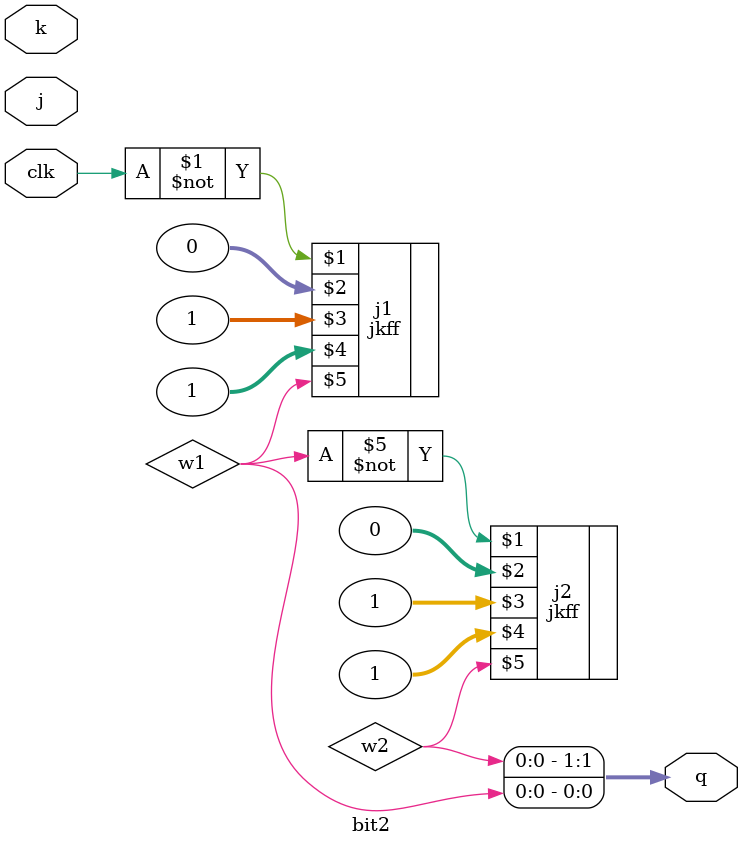
<source format=v>
module bit2(clk,j,k,q);
input clk,j,k;
output [1:0]q;
wire w1,w2,w3,w4;
jkff j1(~clk,0,1,1,w1);
jkff j2(~w1,0,1,1,w2);
jkff j3(~w2,0,1,1,w3);
jkff j4(~w3,0,1,1,w4);
assign q[0]=w1;
assign q[1]=w2;
assign q[2]=w3;
assign q[3]=w4;
endmodule

</source>
